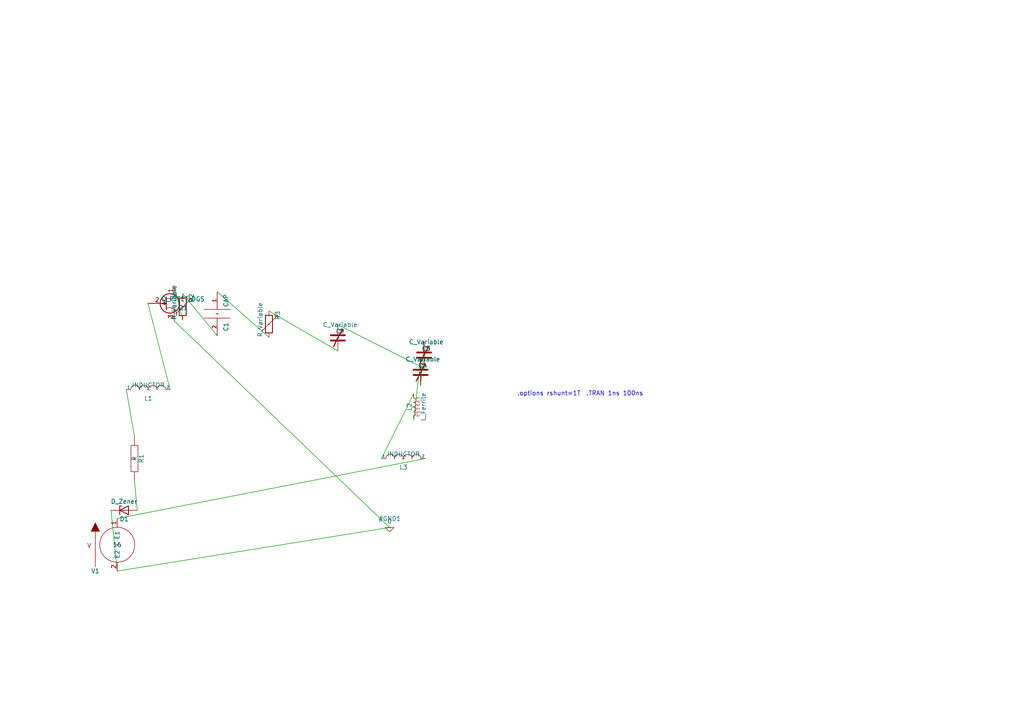
<source format=kicad_sch>
(kicad_sch (version 20211123) (generator eeschema)
  (paper "A4")
  (lib_symbols
    (symbol "pspice:VSOURCE" (pin_names (offset 1.016))
      (property "Reference" "V1" (at -6.35 7.62 0))
      (property "Value" "VSOURCE" (at 0 0 0))
      (symbol "VSOURCE_0_1"
        (circle (center 0 0) (radius 5.08))
        (text "V" (at -8.128 -0.254 0) (effects (font (size 1.27 1.27))))
        (polyline (pts (xy -6.35 -6.35) (xy -6.35 3.81)) (fill (type outline)))
        (polyline (pts (xy -7.62 3.81) (xy -6.35 6.35) (xy -5.08 3.81)) (fill (type outline)))
      )
      (symbol "VSOURCE_1_1"
        (pin input line (at 0 7.62 270) (length 2.54) (name "E1") (number "1"))
        (pin input line (at 0 -7.62 90) (length 2.54) (name "E2") (number "2"))
      )
    )
    (symbol "Device:D_Zener" (pin_names (offset 1.016) hide) (pin_numbers hide)
      (property "Reference" "D1" (at 0 2.54 0))
      (property "Value" "D_Zener" (at 0 -2.54 0))
      (symbol "D_Zener_0_1"
        (polyline (pts (xy 1.27 0) (xy -1.27 0)))
        (polyline (pts (xy -1.27 -1.27) (xy -1.27 1.27) (xy -0.762 1.27)) (stroke (width 0.254)))
        (polyline (pts (xy 1.27 -1.27) (xy 1.27 1.27) (xy -1.27 0) (xy 1.27 -1.27)) (stroke (width 0.254)))
      )
      (symbol "D_Zener_1_1"
        (pin passive line (at -3.81 0 0) (length 2.54) (name "K") (number "1"))
        (pin passive line (at 3.81 0 180) (length 2.54) (name "A") (number "2"))
      )
    )
    (symbol "pspice:R" (pin_names (offset 0)) (pin_numbers hide)
      (property "Reference" "R1" (at 2.032 0 90))
      (property "Value" "R" (at 0 0 90))
      (symbol "R_0_1"
        (rectangle (start -1.016 3.81) (end 1.016 -3.81))
      )
      (symbol "R_1_1"
        (pin passive line (at 0 6.35 270) (length 2.54) (name "~") (number "1"))
        (pin passive line (at 0 -6.35 90) (length 2.54) (name "~") (number "2"))
      )
    )
    (symbol "pspice:INDUCTOR" (pin_names (offset 0)) (pin_numbers hide)
      (property "Reference" "L1" (at 0 2.54 0))
      (property "Value" "INDUCTOR" (at 0 -1.27 0))
      (symbol "INDUCTOR_0_1"
        (arc (start -2.54 0) (mid -3.81 1.27) (end -5.08 0))
        (arc (start 0 0) (mid -1.27 1.27) (end -2.54 0))
        (arc (start 2.54 0) (mid 1.27 1.27) (end 0 0))
        (arc (start 5.08 0) (mid 3.81 1.27) (end 2.54 0))
      )
      (symbol "INDUCTOR_1_1"
        (pin input line (at -6.35 0 0) (length 1.27) (name "1") (number "1"))
        (pin input line (at 6.35 0 180) (length 1.27) (name "2") (number "2"))
      )
    )
    (symbol "Device:Q_PJFET_DGS" (pin_names (offset 0) hide)
      (property "Reference" "Q1" (at 5.08 1.27 0))
      (property "Value" "Q_PJFET_DGS" (at 5.08 -1.27 0))
      (symbol "Q_PJFET_DGS_0_1"
        (circle (center 1.27 0) (radius 2.8194) (stroke (width 0.254)))
        (polyline (pts (xy 0.254 1.905) (xy 0.254 -1.905) (xy 0.254 -1.905)) (stroke (width 0.254)))
        (polyline (pts (xy 2.54 -2.54) (xy 2.54 -1.27) (xy 0.254 -1.27)))
        (polyline (pts (xy 2.54 2.54) (xy 2.54 1.397) (xy 0.254 1.397)))
        (polyline (pts (xy -1.143 0) (xy -0.127 0.381) (xy -0.127 -0.381) (xy -1.143 0)) (fill (type outline)))
      )
      (symbol "Q_PJFET_DGS_1_1"
        (pin passive line (at 2.54 5.08 270) (length 2.54) (name "D") (number "1"))
        (pin input line (at -5.08 0 0) (length 5.334) (name "G") (number "2"))
        (pin passive line (at 2.54 -5.08 90) (length 2.54) (name "S") (number "3"))
      )
    )
    (symbol "Device:R_Variable" (pin_names (offset 0)) (pin_numbers hide)
      (property "Reference" "R2" (at 2.54 -2.54 90))
      (property "Value" "R_Variable" (at -2.54 -1.27 90))
      (symbol "R_Variable_0_1"
        (rectangle (start -1.016 -2.54) (end 1.016 2.54) (stroke (width 0.254)))
        (polyline (pts (xy 2.54 1.524) (xy 2.54 2.54) (xy 1.524 2.54) (xy 2.54 2.54) (xy -2.032 -2.032)))
      )
      (symbol "R_Variable_1_1"
        (pin passive line (at 0 3.81 270) (length 1.27) (name "~") (number "1"))
        (pin passive line (at 0 -3.81 90) (length 1.27) (name "~") (number "2"))
      )
    )
    (symbol "pspice:CAP" (pin_names (offset 0.254))
      (property "Reference" "C1" (at 2.54 3.81 90))
      (property "Value" "CAP" (at 2.54 -3.81 90))
      (symbol "CAP_0_1"
        (polyline (pts (xy -3.81 -1.27) (xy 3.81 -1.27)))
        (polyline (pts (xy -3.81 1.27) (xy 3.81 1.27)))
      )
      (symbol "CAP_1_1"
        (pin passive line (at 0 6.35 270) (length 5.08) (name "~") (number "1"))
        (pin passive line (at 0 -6.35 90) (length 5.08) (name "~") (number "2"))
      )
    )
    (symbol "Device:R_Variable" (pin_names (offset 0)) (pin_numbers hide)
      (property "Reference" "R3" (at 2.54 -2.54 90))
      (property "Value" "R_Variable" (at -2.54 -1.27 90))
      (symbol "R_Variable_0_1"
        (rectangle (start -1.016 -2.54) (end 1.016 2.54) (stroke (width 0.254)))
        (polyline (pts (xy 2.54 1.524) (xy 2.54 2.54) (xy 1.524 2.54) (xy 2.54 2.54) (xy -2.032 -2.032)))
      )
      (symbol "R_Variable_1_1"
        (pin passive line (at 0 3.81 270) (length 1.27) (name "~") (number "1"))
        (pin passive line (at 0 -3.81 90) (length 1.27) (name "~") (number "2"))
      )
    )
    (symbol "Device:C_Variable" (pin_names (offset 0.254) hide) (pin_numbers hide)
      (property "Reference" "C2" (at 0.635 -1.905 0))
      (property "Value" "C_Variable" (at 0.635 -3.81 0))
      (symbol "C_Variable_0_1"
        (polyline (pts (xy -2.032 -0.762) (xy 2.032 -0.762)) (stroke (width 0.508)))
        (polyline (pts (xy -2.032 0.762) (xy 2.032 0.762)) (stroke (width 0.508)))
        (polyline (pts (xy 1.27 2.54) (xy -1.27 -2.54)) (stroke (width 0.3048)))
        (polyline (pts (xy 1.27 2.54) (xy 0.508 2.286)) (stroke (width 0.3048)))
        (polyline (pts (xy 1.27 2.54) (xy 1.524 1.778)) (stroke (width 0.3048)))
      )
      (symbol "C_Variable_1_1"
        (pin passive line (at 0 3.81 270) (length 3.048) (name "~") (number "1"))
        (pin passive line (at 0 -3.81 90) (length 3.048) (name "~") (number "2"))
      )
    )
    (symbol "Device:C_Variable" (pin_names (offset 0.254) hide) (pin_numbers hide)
      (property "Reference" "C3" (at 0.635 -1.905 0))
      (property "Value" "C_Variable" (at 0.635 -3.81 0))
      (symbol "C_Variable_0_1"
        (polyline (pts (xy -2.032 -0.762) (xy 2.032 -0.762)) (stroke (width 0.508)))
        (polyline (pts (xy -2.032 0.762) (xy 2.032 0.762)) (stroke (width 0.508)))
        (polyline (pts (xy 1.27 2.54) (xy -1.27 -2.54)) (stroke (width 0.3048)))
        (polyline (pts (xy 1.27 2.54) (xy 0.508 2.286)) (stroke (width 0.3048)))
        (polyline (pts (xy 1.27 2.54) (xy 1.524 1.778)) (stroke (width 0.3048)))
      )
      (symbol "C_Variable_1_1"
        (pin passive line (at 0 3.81 270) (length 3.048) (name "~") (number "1"))
        (pin passive line (at 0 -3.81 90) (length 3.048) (name "~") (number "2"))
      )
    )
    (symbol "Device:C_Variable" (pin_names (offset 0.254) hide) (pin_numbers hide)
      (property "Reference" "C4" (at 0.635 -1.905 0))
      (property "Value" "C_Variable" (at 0.635 -3.81 0))
      (symbol "C_Variable_0_1"
        (polyline (pts (xy -2.032 -0.762) (xy 2.032 -0.762)) (stroke (width 0.508)))
        (polyline (pts (xy -2.032 0.762) (xy 2.032 0.762)) (stroke (width 0.508)))
        (polyline (pts (xy 1.27 2.54) (xy -1.27 -2.54)) (stroke (width 0.3048)))
        (polyline (pts (xy 1.27 2.54) (xy 0.508 2.286)) (stroke (width 0.3048)))
        (polyline (pts (xy 1.27 2.54) (xy 1.524 1.778)) (stroke (width 0.3048)))
      )
      (symbol "C_Variable_1_1"
        (pin passive line (at 0 3.81 270) (length 3.048) (name "~") (number "1"))
        (pin passive line (at 0 -3.81 90) (length 3.048) (name "~") (number "2"))
      )
    )
    (symbol "Device:L_Ferrite" (pin_names (offset 1.016) hide) (pin_numbers hide)
      (property "Reference" "L2" (at -1.27 0 90))
      (property "Value" "L_Ferrite" (at 2.794 0 90))
      (symbol "L_Ferrite_0_1"
        (arc (start 0 -2.54) (mid 0.635 -1.905) (end 0 -1.27))
        (arc (start 0 -1.27) (mid 0.635 -0.635) (end 0 0))
        (arc (start 0 0) (mid 0.635 0.635) (end 0 1.27))
        (arc (start 0 1.27) (mid 0.635 1.905) (end 0 2.54))
        (polyline (pts (xy 1.016 -2.794) (xy 1.016 -2.286)))
        (polyline (pts (xy 1.016 -1.778) (xy 1.016 -1.27)))
        (polyline (pts (xy 1.016 -0.762) (xy 1.016 -0.254)))
        (polyline (pts (xy 1.016 0.254) (xy 1.016 0.762)))
        (polyline (pts (xy 1.016 1.27) (xy 1.016 1.778)))
        (polyline (pts (xy 1.016 2.286) (xy 1.016 2.794)))
        (polyline (pts (xy 1.524 -2.286) (xy 1.524 -2.794)))
        (polyline (pts (xy 1.524 -1.27) (xy 1.524 -1.778)))
        (polyline (pts (xy 1.524 -0.254) (xy 1.524 -0.762)))
        (polyline (pts (xy 1.524 0.762) (xy 1.524 0.254)))
        (polyline (pts (xy 1.524 1.778) (xy 1.524 1.27)))
        (polyline (pts (xy 1.524 2.794) (xy 1.524 2.286)))
      )
      (symbol "L_Ferrite_1_1"
        (pin passive line (at 0 3.81 270) (length 1.27) (name "1") (number "1"))
        (pin passive line (at 0 -3.81 90) (length 1.27) (name "2") (number "2"))
      )
    )
    (symbol "pspice:INDUCTOR" (pin_names (offset 0)) (pin_numbers hide)
      (property "Reference" "L3" (at 0 2.54 0))
      (property "Value" "INDUCTOR" (at 0 -1.27 0))
      (symbol "INDUCTOR_0_1"
        (arc (start -2.54 0) (mid -3.81 1.27) (end -5.08 0))
        (arc (start 0 0) (mid -1.27 1.27) (end -2.54 0))
        (arc (start 2.54 0) (mid 1.27 1.27) (end 0 0))
        (arc (start 5.08 0) (mid 3.81 1.27) (end 2.54 0))
      )
      (symbol "INDUCTOR_1_1"
        (pin input line (at -6.35 0 0) (length 1.27) (name "1") (number "1"))
        (pin input line (at 6.35 0 180) (length 1.27) (name "2") (number "2"))
      )
    )
    (symbol "pspice:0" (pin_names (offset 0)) (power)
      (property "Value" "0" (at 0 -1.778 0))
      (symbol "0_0_1"
        (polyline (pts (xy -1.27 0) (xy 0 -1.27) (xy 1.27 0) (xy -1.27 0)))
      )
      (symbol "0_1_1"
        (pin power_in line (at 0 0 0) (length 0) hide (name "0") (number "1"))
      )
    )
  )
  (wire (pts (xy 50.54 93.08) (xy 113 153)))
  (wire (pts (xy 34 165.62) (xy 32.19 148)))
  (wire (pts (xy 39.81 148) (xy 39 139.35)))
  (wire (pts (xy 39 126.65) (xy 36.65 113)))
  (wire (pts (xy 49.35 113) (xy 42.92 88)))
  (wire (pts (xy 50.54 82.92) (xy 53 92.81)))
  (wire (pts (xy 53 85.19) (xy 63 97.35)))
  (wire (pts (xy 63 84.65) (xy 78 97.81)))
  (wire (pts (xy 78 90.19) (xy 98 101.81)))
  (wire (pts (xy 98 94.19) (xy 123 106.81)))
  (wire (pts (xy 123 99.19) (xy 122 111.81)))
  (wire (pts (xy 122 104.19) (xy 120 121.81)))
  (wire (pts (xy 120 114.19) (xy 110.65 133)))
  (wire (pts (xy 123.35 133) (xy 34 150.38)))
  (wire (pts (xy 34 165.62) (xy 113 153)))
  (text ".TRAN 1ns 100ns" (at 170 115 0) (effects (font (size 1.27 1.27)) (justify left bottom)))
  (text ".options rshunt=1T" (at 150 115 0) (effects (font (size 1.27 1.27)) (justify left bottom)))
  (symbol (lib_id "pspice:VSOURCE") (at 34 158 0) (unit 1)
    (property "Reference" "V1" (at 27.65 165.62 0))
    (property "Value" "VSOURCE" (at 34 158 0))
    (property "Datasheet" "~" (at 34 158 0))
    (property "Spice_Primitive" "V" (effects hide))
    (property "Spice_Model" "dc 16" (effects hide))
    (property "Spice_Netlist_Enabled" "Y" (effects hide))
  )
  (symbol (lib_id "Device:D_Zener") (at 36 148 0) (unit 1)
    (property "Reference" "D1" (at 36 150.54 0))
    (property "Value" "D_Zener" (at 36 145.46 0))
    (property "Datasheet" "~" (at 36 148 0))
    (property "Spice_Primitive" "D" (effects hide))
    (property "Spice_Model" "10A01" (effects hide))
    (property "Spice_Netlist_Enabled" "Y" (effects hide))
    (property "Spice_Lib_File" "D:\spice_lib\MicroCap-LIBRARY-for-ngspice\DiodesInc.lib" (effects hide))
  )
  (symbol (lib_id "pspice:R") (at 39 133 0) (unit 1)
    (property "Reference" "R1" (at 41.032 133 90))
    (property "Value" "R" (at 39 133 90))
    (property "Datasheet" "~" (at 39 133 0))
    (property "Spice_Primitive" "R" (effects hide))
    (property "Spice_Model" "675" (effects hide))
    (property "Spice_Netlist_Enabled" "Y" (effects hide))
  )
  (symbol (lib_id "pspice:INDUCTOR") (at 43 113 0) (unit 1)
    (property "Reference" "L1" (at 43 115.54 0))
    (property "Value" "INDUCTOR" (at 43 111.73 0))
    (property "Datasheet" "~" (at 43 113 0))
    (property "Spice_Primitive" "L" (effects hide))
    (property "Spice_Model" "50" (effects hide))
    (property "Spice_Netlist_Enabled" "Y" (effects hide))
  )
  (symbol (lib_id "Device:Q_PJFET_DGS") (at 48 88 0) (unit 1)
    (property "Reference" "Q1" (at 53.08 89.27 0))
    (property "Value" "Q_PJFET_DGS" (at 53.08 86.73 0))
    (property "Datasheet" "~" (at 48 88 0))
    (property "Spice_Primitive" "X" (effects hide))
    (property "Spice_Model" "DMG4435SSS" (effects hide))
    (property "Spice_Netlist_Enabled" "Y" (effects hide))
    (property "Spice_Lib_File" "D:\spice_lib\MicroCap-LIBRARY-for-ngspice\DiodesInc_FET.lib" (effects hide))
  )
  (symbol (lib_id "Device:R_Variable") (at 53 89 0) (unit 1)
    (property "Reference" "R2" (at 55.54 86.46 90))
    (property "Value" "R_Variable" (at 50.46 87.73 90))
    (property "Datasheet" "~" (at 53 89 0))
    (property "Spice_Primitive" "R" (effects hide))
    (property "Spice_Model" "147" (effects hide))
    (property "Spice_Netlist_Enabled" "Y" (effects hide))
  )
  (symbol (lib_id "pspice:CAP") (at 63 91 0) (unit 1)
    (property "Reference" "C1" (at 65.54 94.81 90))
    (property "Value" "CAP" (at 65.54 87.19 90))
    (property "Datasheet" "~" (at 63 91 0))
    (property "Spice_Primitive" "C" (effects hide))
    (property "Spice_Model" "9" (effects hide))
    (property "Spice_Netlist_Enabled" "Y" (effects hide))
  )
  (symbol (lib_id "Device:R_Variable") (at 78 94 0) (unit 1)
    (property "Reference" "R3" (at 80.54 91.46 90))
    (property "Value" "R_Variable" (at 75.46 92.73 90))
    (property "Datasheet" "~" (at 78 94 0))
    (property "Spice_Primitive" "R" (effects hide))
    (property "Spice_Model" "289" (effects hide))
    (property "Spice_Netlist_Enabled" "Y" (effects hide))
  )
  (symbol (lib_id "Device:C_Variable") (at 98 98 0) (unit 1)
    (property "Reference" "C2" (at 98.635 96.095 0))
    (property "Value" "C_Variable" (at 98.635 94.19 0))
    (property "Datasheet" "~" (at 98 98 0))
    (property "Spice_Primitive" "C" (effects hide))
    (property "Spice_Model" "9" (effects hide))
    (property "Spice_Netlist_Enabled" "Y" (effects hide))
  )
  (symbol (lib_id "Device:C_Variable") (at 123 103 0) (unit 1)
    (property "Reference" "C3" (at 123.635 101.095 0))
    (property "Value" "C_Variable" (at 123.635 99.19 0))
    (property "Datasheet" "~" (at 123 103 0))
    (property "Spice_Primitive" "C" (effects hide))
    (property "Spice_Model" "8" (effects hide))
    (property "Spice_Netlist_Enabled" "Y" (effects hide))
  )
  (symbol (lib_id "Device:C_Variable") (at 122 108 0) (unit 1)
    (property "Reference" "C4" (at 122.635 106.095 0))
    (property "Value" "C_Variable" (at 122.635 104.19 0))
    (property "Datasheet" "~" (at 122 108 0))
    (property "Spice_Primitive" "C" (effects hide))
    (property "Spice_Model" "8" (effects hide))
    (property "Spice_Netlist_Enabled" "Y" (effects hide))
  )
  (symbol (lib_id "Device:L_Ferrite") (at 120 118 0) (unit 1)
    (property "Reference" "L2" (at 118.73 118 90))
    (property "Value" "L_Ferrite" (at 122.794 118 90))
    (property "Datasheet" "~" (at 120 118 0))
    (property "Spice_Primitive" "L" (effects hide))
    (property "Spice_Model" "25" (effects hide))
    (property "Spice_Netlist_Enabled" "Y" (effects hide))
  )
  (symbol (lib_id "pspice:INDUCTOR") (at 117 133 0) (unit 1)
    (property "Reference" "L3" (at 117 135.54 0))
    (property "Value" "INDUCTOR" (at 117 131.73 0))
    (property "Datasheet" "~" (at 117 133 0))
    (property "Spice_Primitive" "L" (effects hide))
    (property "Spice_Model" "27" (effects hide))
    (property "Spice_Netlist_Enabled" "Y" (effects hide))
  )
  (symbol (lib_id "pspice:0") (at 113 153 0) (unit 1)
    (property "Reference" "#GND1" (at 113 150.46 0))
    (property "Value" "0" (at 113 151.222 0))
    (property "Datasheet" "~" (at 113 153 0))
  )
)
</source>
